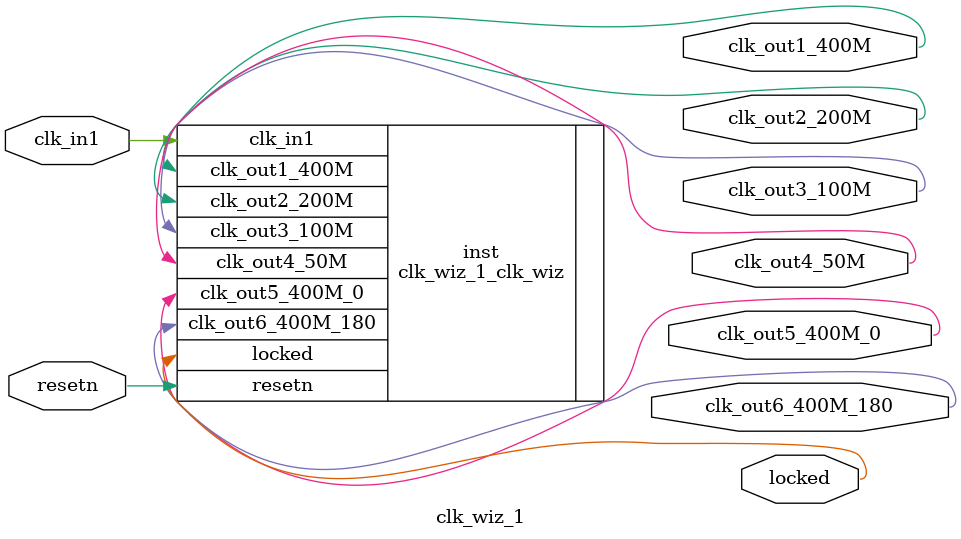
<source format=v>


`timescale 1ps/1ps

(* CORE_GENERATION_INFO = "clk_wiz_1,clk_wiz_v5_4_3_0,{component_name=clk_wiz_1,use_phase_alignment=true,use_min_o_jitter=true,use_max_i_jitter=false,use_dyn_phase_shift=false,use_inclk_switchover=false,use_dyn_reconfig=false,enable_axi=0,feedback_source=FDBK_AUTO,PRIMITIVE=PLL,num_out_clk=6,clkin1_period=5.000,clkin2_period=10.0,use_power_down=false,use_reset=true,use_locked=true,use_inclk_stopped=false,feedback_type=SINGLE,CLOCK_MGR_TYPE=NA,manual_override=false}" *)

module clk_wiz_1 
 (
  // Clock out ports
  output        clk_out1_400M,
  output        clk_out2_200M,
  output        clk_out3_100M,
  output        clk_out4_50M,
  output        clk_out5_400M_0,
  output        clk_out6_400M_180,
  // Status and control signals
  input         resetn,
  output        locked,
 // Clock in ports
  input         clk_in1
 );

  clk_wiz_1_clk_wiz inst
  (
  // Clock out ports  
  .clk_out1_400M(clk_out1_400M),
  .clk_out2_200M(clk_out2_200M),
  .clk_out3_100M(clk_out3_100M),
  .clk_out4_50M(clk_out4_50M),
  .clk_out5_400M_0(clk_out5_400M_0),
  .clk_out6_400M_180(clk_out6_400M_180),
  // Status and control signals               
  .resetn(resetn), 
  .locked(locked),
 // Clock in ports
  .clk_in1(clk_in1)
  );

endmodule

</source>
